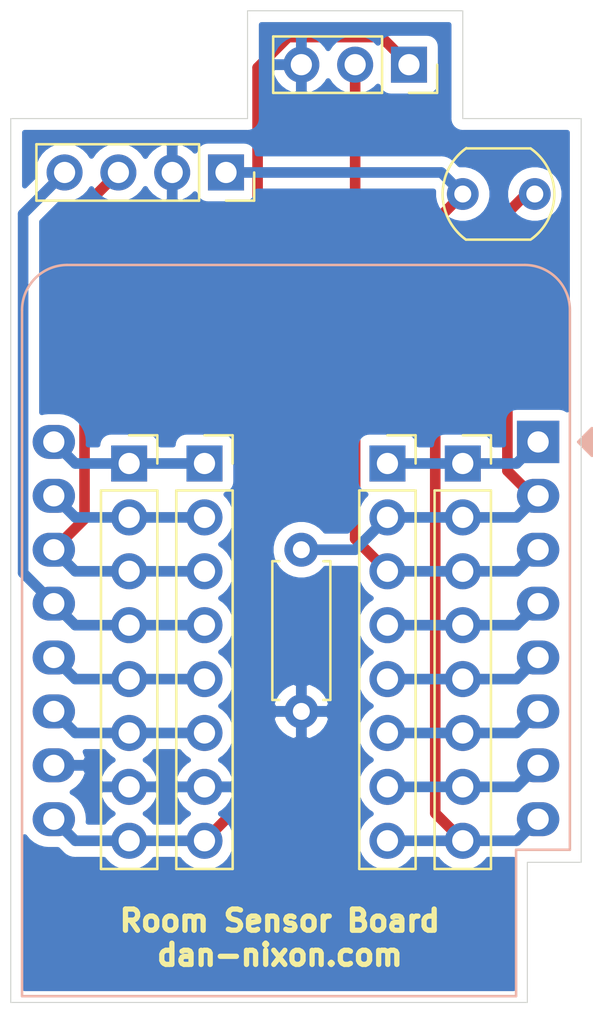
<source format=kicad_pcb>
(kicad_pcb (version 20171130) (host pcbnew 5.1.10)

  (general
    (thickness 1.6)
    (drawings 11)
    (tracks 69)
    (zones 0)
    (modules 9)
    (nets 17)
  )

  (page A4)
  (layers
    (0 F.Cu signal)
    (31 B.Cu signal)
    (32 B.Adhes user)
    (33 F.Adhes user)
    (34 B.Paste user)
    (35 F.Paste user)
    (36 B.SilkS user)
    (37 F.SilkS user)
    (38 B.Mask user)
    (39 F.Mask user)
    (40 Dwgs.User user)
    (41 Cmts.User user)
    (42 Eco1.User user)
    (43 Eco2.User user)
    (44 Edge.Cuts user)
    (45 Margin user)
    (46 B.CrtYd user)
    (47 F.CrtYd user)
    (48 B.Fab user)
    (49 F.Fab user)
  )

  (setup
    (last_trace_width 0.5)
    (trace_clearance 0.2)
    (zone_clearance 0.508)
    (zone_45_only no)
    (trace_min 0.2)
    (via_size 0.8)
    (via_drill 0.4)
    (via_min_size 0.4)
    (via_min_drill 0.3)
    (uvia_size 0.3)
    (uvia_drill 0.1)
    (uvias_allowed no)
    (uvia_min_size 0.2)
    (uvia_min_drill 0.1)
    (edge_width 0.05)
    (segment_width 0.2)
    (pcb_text_width 0.3)
    (pcb_text_size 1.5 1.5)
    (mod_edge_width 0.12)
    (mod_text_size 1 1)
    (mod_text_width 0.15)
    (pad_size 1.524 1.524)
    (pad_drill 0.762)
    (pad_to_mask_clearance 0)
    (aux_axis_origin 0 0)
    (visible_elements FFFFFF7F)
    (pcbplotparams
      (layerselection 0x010f0_ffffffff)
      (usegerberextensions false)
      (usegerberattributes true)
      (usegerberadvancedattributes true)
      (creategerberjobfile true)
      (excludeedgelayer true)
      (linewidth 0.100000)
      (plotframeref false)
      (viasonmask false)
      (mode 1)
      (useauxorigin false)
      (hpglpennumber 1)
      (hpglpenspeed 20)
      (hpglpendiameter 15.000000)
      (psnegative false)
      (psa4output false)
      (plotreference true)
      (plotvalue true)
      (plotinvisibletext false)
      (padsonsilk false)
      (subtractmaskfromsilk false)
      (outputformat 1)
      (mirror false)
      (drillshape 0)
      (scaleselection 1)
      (outputdirectory ""))
  )

  (net 0 "")
  (net 1 +3V3)
  (net 2 /D8)
  (net 3 /D7)
  (net 4 /D6)
  (net 5 /D5)
  (net 6 /D0)
  (net 7 /A0)
  (net 8 /RST)
  (net 9 +5V)
  (net 10 GND)
  (net 11 /D4)
  (net 12 /D3)
  (net 13 /D2)
  (net 14 /D1)
  (net 15 /RX)
  (net 16 /TX)

  (net_class Default "This is the default net class."
    (clearance 0.2)
    (trace_width 0.5)
    (via_dia 0.8)
    (via_drill 0.4)
    (uvia_dia 0.3)
    (uvia_drill 0.1)
    (add_net +3V3)
    (add_net +5V)
    (add_net /A0)
    (add_net /D0)
    (add_net /D1)
    (add_net /D2)
    (add_net /D3)
    (add_net /D4)
    (add_net /D5)
    (add_net /D6)
    (add_net /D7)
    (add_net /D8)
    (add_net /RST)
    (add_net /RX)
    (add_net /TX)
    (add_net GND)
  )

  (module OptoDevice:R_LDR_5.1x4.3mm_P3.4mm_Vertical (layer F.Cu) (tedit 5B8603DB) (tstamp 6116385F)
    (at 131.064 65.024)
    (descr "Resistor, LDR 5.1x3.4mm, see http://yourduino.com/docs/Photoresistor-5516-datasheet.pdf")
    (tags "Resistor LDR5.1x3.4mm")
    (path /610BEF1F)
    (fp_text reference R1 (at 1.7 -2.9) (layer F.SilkS) hide
      (effects (font (size 1 1) (thickness 0.15)))
    )
    (fp_text value R_PHOTO (at 1.5 3) (layer F.Fab) hide
      (effects (font (size 1 1) (thickness 0.15)))
    )
    (fp_arc (start 1.7 0) (end 0.2 2.1) (angle 109) (layer F.Fab) (width 0.1))
    (fp_arc (start 1.7 0) (end 3.2 -2.1) (angle 109) (layer F.Fab) (width 0.1))
    (fp_arc (start 1.7 0) (end 3.2 -2.15) (angle 109) (layer F.SilkS) (width 0.12))
    (fp_arc (start 1.7 0) (end 0.15 2.15) (angle 109) (layer F.SilkS) (width 0.12))
    (fp_text user %R (at 1.7 -2.9) (layer F.Fab) hide
      (effects (font (size 1 1) (thickness 0.15)))
    )
    (fp_line (start 0.15 2.15) (end 3.2 2.15) (layer F.SilkS) (width 0.12))
    (fp_line (start 0.15 -2.15) (end 3.2 -2.15) (layer F.SilkS) (width 0.12))
    (fp_line (start 1 0) (end 2.3 0) (layer F.Fab) (width 0.1))
    (fp_line (start 2.3 0) (end 2.3 -0.6) (layer F.Fab) (width 0.1))
    (fp_line (start 2.3 -0.6) (end 0.8 -0.6) (layer F.Fab) (width 0.1))
    (fp_line (start 2.6 0.6) (end 1 0.6) (layer F.Fab) (width 0.1))
    (fp_line (start 0.8 -1.8) (end 2.6 -1.8) (layer F.Fab) (width 0.1))
    (fp_line (start 2.6 -1.8) (end 2.6 -1.2) (layer F.Fab) (width 0.1))
    (fp_line (start 2.6 -1.2) (end 0.8 -1.2) (layer F.Fab) (width 0.1))
    (fp_line (start 0.8 -1.2) (end 0.8 -0.6) (layer F.Fab) (width 0.1))
    (fp_line (start 1 0) (end 1 0.6) (layer F.Fab) (width 0.1))
    (fp_line (start 2.6 0.6) (end 2.6 1.2) (layer F.Fab) (width 0.1))
    (fp_line (start 2.6 1.2) (end 0.8 1.2) (layer F.Fab) (width 0.1))
    (fp_line (start 0.8 1.2) (end 0.8 1.8) (layer F.Fab) (width 0.1))
    (fp_line (start 0.8 1.8) (end 2.6 1.8) (layer F.Fab) (width 0.1))
    (fp_line (start 3.2 2.1) (end 0.2 2.1) (layer F.Fab) (width 0.1))
    (fp_line (start 0.2 -2.1) (end 3.2 -2.1) (layer F.Fab) (width 0.1))
    (fp_line (start -1.13 -2.35) (end 4.53 -2.35) (layer F.CrtYd) (width 0.05))
    (fp_line (start -1.13 -2.35) (end -1.13 2.35) (layer F.CrtYd) (width 0.05))
    (fp_line (start 4.53 2.35) (end 4.53 -2.35) (layer F.CrtYd) (width 0.05))
    (fp_line (start 4.53 2.35) (end -1.13 2.35) (layer F.CrtYd) (width 0.05))
    (pad 2 thru_hole circle (at 3.4 0) (size 1.5 1.5) (drill 0.8) (layers *.Cu *.Mask)
      (net 7 /A0))
    (pad 1 thru_hole circle (at 0 0) (size 1.5 1.5) (drill 0.8) (layers *.Cu *.Mask)
      (net 1 +3V3))
    (model ${KISYS3DMOD}/OptoDevice.3dshapes/R_LDR_5.1x4.3mm_P3.4mm_Vertical.wrl
      (at (xyz 0 0 0))
      (scale (xyz 1 1 1))
      (rotate (xyz 0 0 0))
    )
  )

  (module Resistor_THT:R_Axial_DIN0207_L6.3mm_D2.5mm_P7.62mm_Horizontal (layer F.Cu) (tedit 5AE5139B) (tstamp 61158A2A)
    (at 123.444 81.788 270)
    (descr "Resistor, Axial_DIN0207 series, Axial, Horizontal, pin pitch=7.62mm, 0.25W = 1/4W, length*diameter=6.3*2.5mm^2, http://cdn-reichelt.de/documents/datenblatt/B400/1_4W%23YAG.pdf")
    (tags "Resistor Axial_DIN0207 series Axial Horizontal pin pitch 7.62mm 0.25W = 1/4W length 6.3mm diameter 2.5mm")
    (path /610BE6EF)
    (fp_text reference R2 (at 3.81 -2.37 90) (layer F.SilkS) hide
      (effects (font (size 1 1) (thickness 0.15)))
    )
    (fp_text value R (at 3.81 2.37 90) (layer F.Fab) hide
      (effects (font (size 1 1) (thickness 0.15)))
    )
    (fp_line (start 8.67 -1.5) (end -1.05 -1.5) (layer F.CrtYd) (width 0.05))
    (fp_line (start 8.67 1.5) (end 8.67 -1.5) (layer F.CrtYd) (width 0.05))
    (fp_line (start -1.05 1.5) (end 8.67 1.5) (layer F.CrtYd) (width 0.05))
    (fp_line (start -1.05 -1.5) (end -1.05 1.5) (layer F.CrtYd) (width 0.05))
    (fp_line (start 7.08 1.37) (end 7.08 1.04) (layer F.SilkS) (width 0.12))
    (fp_line (start 0.54 1.37) (end 7.08 1.37) (layer F.SilkS) (width 0.12))
    (fp_line (start 0.54 1.04) (end 0.54 1.37) (layer F.SilkS) (width 0.12))
    (fp_line (start 7.08 -1.37) (end 7.08 -1.04) (layer F.SilkS) (width 0.12))
    (fp_line (start 0.54 -1.37) (end 7.08 -1.37) (layer F.SilkS) (width 0.12))
    (fp_line (start 0.54 -1.04) (end 0.54 -1.37) (layer F.SilkS) (width 0.12))
    (fp_line (start 7.62 0) (end 6.96 0) (layer F.Fab) (width 0.1))
    (fp_line (start 0 0) (end 0.66 0) (layer F.Fab) (width 0.1))
    (fp_line (start 6.96 -1.25) (end 0.66 -1.25) (layer F.Fab) (width 0.1))
    (fp_line (start 6.96 1.25) (end 6.96 -1.25) (layer F.Fab) (width 0.1))
    (fp_line (start 0.66 1.25) (end 6.96 1.25) (layer F.Fab) (width 0.1))
    (fp_line (start 0.66 -1.25) (end 0.66 1.25) (layer F.Fab) (width 0.1))
    (fp_text user %R (at 3.81 0 90) (layer F.Fab) hide
      (effects (font (size 1 1) (thickness 0.15)))
    )
    (pad 2 thru_hole oval (at 7.62 0 270) (size 1.6 1.6) (drill 0.8) (layers *.Cu *.Mask)
      (net 10 GND))
    (pad 1 thru_hole circle (at 0 0 270) (size 1.6 1.6) (drill 0.8) (layers *.Cu *.Mask)
      (net 7 /A0))
    (model ${KISYS3DMOD}/Resistor_THT.3dshapes/R_Axial_DIN0207_L6.3mm_D2.5mm_P7.62mm_Horizontal.wrl
      (at (xyz 0 0 0))
      (scale (xyz 1 1 1))
      (rotate (xyz 0 0 0))
    )
  )

  (module Connector_PinSocket_2.54mm:PinSocket_1x03_P2.54mm_Vertical (layer F.Cu) (tedit 5A19A429) (tstamp 61157859)
    (at 128.524 58.928 270)
    (descr "Through hole straight socket strip, 1x03, 2.54mm pitch, single row (from Kicad 4.0.7), script generated")
    (tags "Through hole socket strip THT 1x03 2.54mm single row")
    (path /6115BE25)
    (fp_text reference J6 (at 0 -2.77 90) (layer F.SilkS) hide
      (effects (font (size 1 1) (thickness 0.15)))
    )
    (fp_text value PIR (at 0 7.85 90) (layer F.Fab) hide
      (effects (font (size 1 1) (thickness 0.15)))
    )
    (fp_line (start -1.27 -1.27) (end 0.635 -1.27) (layer F.Fab) (width 0.1))
    (fp_line (start 0.635 -1.27) (end 1.27 -0.635) (layer F.Fab) (width 0.1))
    (fp_line (start 1.27 -0.635) (end 1.27 6.35) (layer F.Fab) (width 0.1))
    (fp_line (start 1.27 6.35) (end -1.27 6.35) (layer F.Fab) (width 0.1))
    (fp_line (start -1.27 6.35) (end -1.27 -1.27) (layer F.Fab) (width 0.1))
    (fp_line (start -1.33 1.27) (end 1.33 1.27) (layer F.SilkS) (width 0.12))
    (fp_line (start -1.33 1.27) (end -1.33 6.41) (layer F.SilkS) (width 0.12))
    (fp_line (start -1.33 6.41) (end 1.33 6.41) (layer F.SilkS) (width 0.12))
    (fp_line (start 1.33 1.27) (end 1.33 6.41) (layer F.SilkS) (width 0.12))
    (fp_line (start 1.33 -1.33) (end 1.33 0) (layer F.SilkS) (width 0.12))
    (fp_line (start 0 -1.33) (end 1.33 -1.33) (layer F.SilkS) (width 0.12))
    (fp_line (start -1.8 -1.8) (end 1.75 -1.8) (layer F.CrtYd) (width 0.05))
    (fp_line (start 1.75 -1.8) (end 1.75 6.85) (layer F.CrtYd) (width 0.05))
    (fp_line (start 1.75 6.85) (end -1.8 6.85) (layer F.CrtYd) (width 0.05))
    (fp_line (start -1.8 6.85) (end -1.8 -1.8) (layer F.CrtYd) (width 0.05))
    (fp_text user %R (at 0 2.54) (layer F.Fab)
      (effects (font (size 1 1) (thickness 0.15)))
    )
    (pad 3 thru_hole oval (at 0 5.08 270) (size 1.7 1.7) (drill 1) (layers *.Cu *.Mask)
      (net 10 GND))
    (pad 2 thru_hole oval (at 0 2.54 270) (size 1.7 1.7) (drill 1) (layers *.Cu *.Mask)
      (net 6 /D0))
    (pad 1 thru_hole rect (at 0 0 270) (size 1.7 1.7) (drill 1) (layers *.Cu *.Mask)
      (net 9 +5V))
    (model ${KISYS3DMOD}/Connector_PinSocket_2.54mm.3dshapes/PinSocket_1x03_P2.54mm_Vertical.wrl
      (at (xyz 0 0 0))
      (scale (xyz 1 1 1))
      (rotate (xyz 0 0 0))
    )
  )

  (module Connector_PinSocket_2.54mm:PinSocket_1x04_P2.54mm_Vertical (layer F.Cu) (tedit 5A19A429) (tstamp 6115781C)
    (at 119.888 64.008 270)
    (descr "Through hole straight socket strip, 1x04, 2.54mm pitch, single row (from Kicad 4.0.7), script generated")
    (tags "Through hole socket strip THT 1x04 2.54mm single row")
    (path /6116FA8B)
    (fp_text reference J5 (at 0 -2.77 90) (layer F.SilkS) hide
      (effects (font (size 1 1) (thickness 0.15)))
    )
    (fp_text value AHT10 (at 0 10.39 90) (layer F.Fab) hide
      (effects (font (size 1 1) (thickness 0.15)))
    )
    (fp_line (start -1.27 -1.27) (end 0.635 -1.27) (layer F.Fab) (width 0.1))
    (fp_line (start 0.635 -1.27) (end 1.27 -0.635) (layer F.Fab) (width 0.1))
    (fp_line (start 1.27 -0.635) (end 1.27 8.89) (layer F.Fab) (width 0.1))
    (fp_line (start 1.27 8.89) (end -1.27 8.89) (layer F.Fab) (width 0.1))
    (fp_line (start -1.27 8.89) (end -1.27 -1.27) (layer F.Fab) (width 0.1))
    (fp_line (start -1.33 1.27) (end 1.33 1.27) (layer F.SilkS) (width 0.12))
    (fp_line (start -1.33 1.27) (end -1.33 8.95) (layer F.SilkS) (width 0.12))
    (fp_line (start -1.33 8.95) (end 1.33 8.95) (layer F.SilkS) (width 0.12))
    (fp_line (start 1.33 1.27) (end 1.33 8.95) (layer F.SilkS) (width 0.12))
    (fp_line (start 1.33 -1.33) (end 1.33 0) (layer F.SilkS) (width 0.12))
    (fp_line (start 0 -1.33) (end 1.33 -1.33) (layer F.SilkS) (width 0.12))
    (fp_line (start -1.8 -1.8) (end 1.75 -1.8) (layer F.CrtYd) (width 0.05))
    (fp_line (start 1.75 -1.8) (end 1.75 9.4) (layer F.CrtYd) (width 0.05))
    (fp_line (start 1.75 9.4) (end -1.8 9.4) (layer F.CrtYd) (width 0.05))
    (fp_line (start -1.8 9.4) (end -1.8 -1.8) (layer F.CrtYd) (width 0.05))
    (fp_text user %R (at 0 3.81) (layer F.Fab)
      (effects (font (size 1 1) (thickness 0.15)))
    )
    (pad 4 thru_hole oval (at 0 7.62 270) (size 1.7 1.7) (drill 1) (layers *.Cu *.Mask)
      (net 13 /D2))
    (pad 3 thru_hole oval (at 0 5.08 270) (size 1.7 1.7) (drill 1) (layers *.Cu *.Mask)
      (net 14 /D1))
    (pad 2 thru_hole oval (at 0 2.54 270) (size 1.7 1.7) (drill 1) (layers *.Cu *.Mask)
      (net 10 GND))
    (pad 1 thru_hole rect (at 0 0 270) (size 1.7 1.7) (drill 1) (layers *.Cu *.Mask)
      (net 1 +3V3))
    (model ${KISYS3DMOD}/Connector_PinSocket_2.54mm.3dshapes/PinSocket_1x04_P2.54mm_Vertical.wrl
      (at (xyz 0 0 0))
      (scale (xyz 1 1 1))
      (rotate (xyz 0 0 0))
    )
  )

  (module Connector_PinSocket_2.54mm:PinSocket_1x08_P2.54mm_Vertical (layer F.Cu) (tedit 5A19A420) (tstamp 611577D8)
    (at 118.872 77.724)
    (descr "Through hole straight socket strip, 1x08, 2.54mm pitch, single row (from Kicad 4.0.7), script generated")
    (tags "Through hole socket strip THT 1x08 2.54mm single row")
    (path /61184DB0)
    (fp_text reference J4 (at 0 -2.77) (layer F.SilkS) hide
      (effects (font (size 1 1) (thickness 0.15)))
    )
    (fp_text value "Right Pins 2" (at 0 20.55) (layer F.Fab) hide
      (effects (font (size 1 1) (thickness 0.15)))
    )
    (fp_line (start -1.27 -1.27) (end 0.635 -1.27) (layer F.Fab) (width 0.1))
    (fp_line (start 0.635 -1.27) (end 1.27 -0.635) (layer F.Fab) (width 0.1))
    (fp_line (start 1.27 -0.635) (end 1.27 19.05) (layer F.Fab) (width 0.1))
    (fp_line (start 1.27 19.05) (end -1.27 19.05) (layer F.Fab) (width 0.1))
    (fp_line (start -1.27 19.05) (end -1.27 -1.27) (layer F.Fab) (width 0.1))
    (fp_line (start -1.33 1.27) (end 1.33 1.27) (layer F.SilkS) (width 0.12))
    (fp_line (start -1.33 1.27) (end -1.33 19.11) (layer F.SilkS) (width 0.12))
    (fp_line (start -1.33 19.11) (end 1.33 19.11) (layer F.SilkS) (width 0.12))
    (fp_line (start 1.33 1.27) (end 1.33 19.11) (layer F.SilkS) (width 0.12))
    (fp_line (start 1.33 -1.33) (end 1.33 0) (layer F.SilkS) (width 0.12))
    (fp_line (start 0 -1.33) (end 1.33 -1.33) (layer F.SilkS) (width 0.12))
    (fp_line (start -1.8 -1.8) (end 1.75 -1.8) (layer F.CrtYd) (width 0.05))
    (fp_line (start 1.75 -1.8) (end 1.75 19.55) (layer F.CrtYd) (width 0.05))
    (fp_line (start 1.75 19.55) (end -1.8 19.55) (layer F.CrtYd) (width 0.05))
    (fp_line (start -1.8 19.55) (end -1.8 -1.8) (layer F.CrtYd) (width 0.05))
    (fp_text user %R (at 0 8.89 90) (layer F.Fab)
      (effects (font (size 1 1) (thickness 0.15)))
    )
    (pad 8 thru_hole oval (at 0 17.78) (size 1.7 1.7) (drill 1) (layers *.Cu *.Mask)
      (net 9 +5V))
    (pad 7 thru_hole oval (at 0 15.24) (size 1.7 1.7) (drill 1) (layers *.Cu *.Mask)
      (net 10 GND))
    (pad 6 thru_hole oval (at 0 12.7) (size 1.7 1.7) (drill 1) (layers *.Cu *.Mask)
      (net 11 /D4))
    (pad 5 thru_hole oval (at 0 10.16) (size 1.7 1.7) (drill 1) (layers *.Cu *.Mask)
      (net 12 /D3))
    (pad 4 thru_hole oval (at 0 7.62) (size 1.7 1.7) (drill 1) (layers *.Cu *.Mask)
      (net 13 /D2))
    (pad 3 thru_hole oval (at 0 5.08) (size 1.7 1.7) (drill 1) (layers *.Cu *.Mask)
      (net 14 /D1))
    (pad 2 thru_hole oval (at 0 2.54) (size 1.7 1.7) (drill 1) (layers *.Cu *.Mask)
      (net 15 /RX))
    (pad 1 thru_hole rect (at 0 0) (size 1.7 1.7) (drill 1) (layers *.Cu *.Mask)
      (net 16 /TX))
    (model ${KISYS3DMOD}/Connector_PinSocket_2.54mm.3dshapes/PinSocket_1x08_P2.54mm_Vertical.wrl
      (at (xyz 0 0 0))
      (scale (xyz 1 1 1))
      (rotate (xyz 0 0 0))
    )
  )

  (module Connector_PinSocket_2.54mm:PinSocket_1x08_P2.54mm_Vertical (layer F.Cu) (tedit 5A19A420) (tstamp 61157778)
    (at 131.064 77.724)
    (descr "Through hole straight socket strip, 1x08, 2.54mm pitch, single row (from Kicad 4.0.7), script generated")
    (tags "Through hole socket strip THT 1x08 2.54mm single row")
    (path /61184016)
    (fp_text reference J3 (at 0 -2.77) (layer F.SilkS) hide
      (effects (font (size 1 1) (thickness 0.15)))
    )
    (fp_text value "Left Pins 2" (at 0 20.55) (layer F.Fab) hide
      (effects (font (size 1 1) (thickness 0.15)))
    )
    (fp_line (start -1.27 -1.27) (end 0.635 -1.27) (layer F.Fab) (width 0.1))
    (fp_line (start 0.635 -1.27) (end 1.27 -0.635) (layer F.Fab) (width 0.1))
    (fp_line (start 1.27 -0.635) (end 1.27 19.05) (layer F.Fab) (width 0.1))
    (fp_line (start 1.27 19.05) (end -1.27 19.05) (layer F.Fab) (width 0.1))
    (fp_line (start -1.27 19.05) (end -1.27 -1.27) (layer F.Fab) (width 0.1))
    (fp_line (start -1.33 1.27) (end 1.33 1.27) (layer F.SilkS) (width 0.12))
    (fp_line (start -1.33 1.27) (end -1.33 19.11) (layer F.SilkS) (width 0.12))
    (fp_line (start -1.33 19.11) (end 1.33 19.11) (layer F.SilkS) (width 0.12))
    (fp_line (start 1.33 1.27) (end 1.33 19.11) (layer F.SilkS) (width 0.12))
    (fp_line (start 1.33 -1.33) (end 1.33 0) (layer F.SilkS) (width 0.12))
    (fp_line (start 0 -1.33) (end 1.33 -1.33) (layer F.SilkS) (width 0.12))
    (fp_line (start -1.8 -1.8) (end 1.75 -1.8) (layer F.CrtYd) (width 0.05))
    (fp_line (start 1.75 -1.8) (end 1.75 19.55) (layer F.CrtYd) (width 0.05))
    (fp_line (start 1.75 19.55) (end -1.8 19.55) (layer F.CrtYd) (width 0.05))
    (fp_line (start -1.8 19.55) (end -1.8 -1.8) (layer F.CrtYd) (width 0.05))
    (fp_text user %R (at 0 8.89 90) (layer F.Fab)
      (effects (font (size 1 1) (thickness 0.15)))
    )
    (pad 8 thru_hole oval (at 0 17.78) (size 1.7 1.7) (drill 1) (layers *.Cu *.Mask)
      (net 1 +3V3))
    (pad 7 thru_hole oval (at 0 15.24) (size 1.7 1.7) (drill 1) (layers *.Cu *.Mask)
      (net 2 /D8))
    (pad 6 thru_hole oval (at 0 12.7) (size 1.7 1.7) (drill 1) (layers *.Cu *.Mask)
      (net 3 /D7))
    (pad 5 thru_hole oval (at 0 10.16) (size 1.7 1.7) (drill 1) (layers *.Cu *.Mask)
      (net 4 /D6))
    (pad 4 thru_hole oval (at 0 7.62) (size 1.7 1.7) (drill 1) (layers *.Cu *.Mask)
      (net 5 /D5))
    (pad 3 thru_hole oval (at 0 5.08) (size 1.7 1.7) (drill 1) (layers *.Cu *.Mask)
      (net 6 /D0))
    (pad 2 thru_hole oval (at 0 2.54) (size 1.7 1.7) (drill 1) (layers *.Cu *.Mask)
      (net 7 /A0))
    (pad 1 thru_hole rect (at 0 0) (size 1.7 1.7) (drill 1) (layers *.Cu *.Mask)
      (net 8 /RST))
    (model ${KISYS3DMOD}/Connector_PinSocket_2.54mm.3dshapes/PinSocket_1x08_P2.54mm_Vertical.wrl
      (at (xyz 0 0 0))
      (scale (xyz 1 1 1))
      (rotate (xyz 0 0 0))
    )
  )

  (module Connector_PinSocket_2.54mm:PinSocket_1x08_P2.54mm_Vertical (layer F.Cu) (tedit 5A19A420) (tstamp 61157718)
    (at 115.316 77.724)
    (descr "Through hole straight socket strip, 1x08, 2.54mm pitch, single row (from Kicad 4.0.7), script generated")
    (tags "Through hole socket strip THT 1x08 2.54mm single row")
    (path /61183186)
    (fp_text reference J2 (at 0 -2.77) (layer F.SilkS) hide
      (effects (font (size 1 1) (thickness 0.15)))
    )
    (fp_text value "Right Pins 1" (at 0 20.55) (layer F.Fab) hide
      (effects (font (size 1 1) (thickness 0.15)))
    )
    (fp_line (start -1.27 -1.27) (end 0.635 -1.27) (layer F.Fab) (width 0.1))
    (fp_line (start 0.635 -1.27) (end 1.27 -0.635) (layer F.Fab) (width 0.1))
    (fp_line (start 1.27 -0.635) (end 1.27 19.05) (layer F.Fab) (width 0.1))
    (fp_line (start 1.27 19.05) (end -1.27 19.05) (layer F.Fab) (width 0.1))
    (fp_line (start -1.27 19.05) (end -1.27 -1.27) (layer F.Fab) (width 0.1))
    (fp_line (start -1.33 1.27) (end 1.33 1.27) (layer F.SilkS) (width 0.12))
    (fp_line (start -1.33 1.27) (end -1.33 19.11) (layer F.SilkS) (width 0.12))
    (fp_line (start -1.33 19.11) (end 1.33 19.11) (layer F.SilkS) (width 0.12))
    (fp_line (start 1.33 1.27) (end 1.33 19.11) (layer F.SilkS) (width 0.12))
    (fp_line (start 1.33 -1.33) (end 1.33 0) (layer F.SilkS) (width 0.12))
    (fp_line (start 0 -1.33) (end 1.33 -1.33) (layer F.SilkS) (width 0.12))
    (fp_line (start -1.8 -1.8) (end 1.75 -1.8) (layer F.CrtYd) (width 0.05))
    (fp_line (start 1.75 -1.8) (end 1.75 19.55) (layer F.CrtYd) (width 0.05))
    (fp_line (start 1.75 19.55) (end -1.8 19.55) (layer F.CrtYd) (width 0.05))
    (fp_line (start -1.8 19.55) (end -1.8 -1.8) (layer F.CrtYd) (width 0.05))
    (fp_text user %R (at 0 8.89 90) (layer F.Fab)
      (effects (font (size 1 1) (thickness 0.15)))
    )
    (pad 8 thru_hole oval (at 0 17.78) (size 1.7 1.7) (drill 1) (layers *.Cu *.Mask)
      (net 9 +5V))
    (pad 7 thru_hole oval (at 0 15.24) (size 1.7 1.7) (drill 1) (layers *.Cu *.Mask)
      (net 10 GND))
    (pad 6 thru_hole oval (at 0 12.7) (size 1.7 1.7) (drill 1) (layers *.Cu *.Mask)
      (net 11 /D4))
    (pad 5 thru_hole oval (at 0 10.16) (size 1.7 1.7) (drill 1) (layers *.Cu *.Mask)
      (net 12 /D3))
    (pad 4 thru_hole oval (at 0 7.62) (size 1.7 1.7) (drill 1) (layers *.Cu *.Mask)
      (net 13 /D2))
    (pad 3 thru_hole oval (at 0 5.08) (size 1.7 1.7) (drill 1) (layers *.Cu *.Mask)
      (net 14 /D1))
    (pad 2 thru_hole oval (at 0 2.54) (size 1.7 1.7) (drill 1) (layers *.Cu *.Mask)
      (net 15 /RX))
    (pad 1 thru_hole rect (at 0 0) (size 1.7 1.7) (drill 1) (layers *.Cu *.Mask)
      (net 16 /TX))
    (model ${KISYS3DMOD}/Connector_PinSocket_2.54mm.3dshapes/PinSocket_1x08_P2.54mm_Vertical.wrl
      (at (xyz 0 0 0))
      (scale (xyz 1 1 1))
      (rotate (xyz 0 0 0))
    )
  )

  (module Connector_PinSocket_2.54mm:PinSocket_1x08_P2.54mm_Vertical (layer F.Cu) (tedit 5A19A420) (tstamp 61157E7E)
    (at 127.508 77.724)
    (descr "Through hole straight socket strip, 1x08, 2.54mm pitch, single row (from Kicad 4.0.7), script generated")
    (tags "Through hole socket strip THT 1x08 2.54mm single row")
    (path /6118079B)
    (fp_text reference J1 (at 0 -2.77) (layer F.SilkS) hide
      (effects (font (size 1 1) (thickness 0.15)))
    )
    (fp_text value "Left Pins 1" (at 0 20.55) (layer F.Fab) hide
      (effects (font (size 1 1) (thickness 0.15)))
    )
    (fp_line (start -1.27 -1.27) (end 0.635 -1.27) (layer F.Fab) (width 0.1))
    (fp_line (start 0.635 -1.27) (end 1.27 -0.635) (layer F.Fab) (width 0.1))
    (fp_line (start 1.27 -0.635) (end 1.27 19.05) (layer F.Fab) (width 0.1))
    (fp_line (start 1.27 19.05) (end -1.27 19.05) (layer F.Fab) (width 0.1))
    (fp_line (start -1.27 19.05) (end -1.27 -1.27) (layer F.Fab) (width 0.1))
    (fp_line (start -1.33 1.27) (end 1.33 1.27) (layer F.SilkS) (width 0.12))
    (fp_line (start -1.33 1.27) (end -1.33 19.11) (layer F.SilkS) (width 0.12))
    (fp_line (start -1.33 19.11) (end 1.33 19.11) (layer F.SilkS) (width 0.12))
    (fp_line (start 1.33 1.27) (end 1.33 19.11) (layer F.SilkS) (width 0.12))
    (fp_line (start 1.33 -1.33) (end 1.33 0) (layer F.SilkS) (width 0.12))
    (fp_line (start 0 -1.33) (end 1.33 -1.33) (layer F.SilkS) (width 0.12))
    (fp_line (start -1.8 -1.8) (end 1.75 -1.8) (layer F.CrtYd) (width 0.05))
    (fp_line (start 1.75 -1.8) (end 1.75 19.55) (layer F.CrtYd) (width 0.05))
    (fp_line (start 1.75 19.55) (end -1.8 19.55) (layer F.CrtYd) (width 0.05))
    (fp_line (start -1.8 19.55) (end -1.8 -1.8) (layer F.CrtYd) (width 0.05))
    (fp_text user %R (at 0 8.89 90) (layer F.Fab)
      (effects (font (size 1 1) (thickness 0.15)))
    )
    (pad 8 thru_hole oval (at 0 17.78) (size 1.7 1.7) (drill 1) (layers *.Cu *.Mask)
      (net 1 +3V3))
    (pad 7 thru_hole oval (at 0 15.24) (size 1.7 1.7) (drill 1) (layers *.Cu *.Mask)
      (net 2 /D8))
    (pad 6 thru_hole oval (at 0 12.7) (size 1.7 1.7) (drill 1) (layers *.Cu *.Mask)
      (net 3 /D7))
    (pad 5 thru_hole oval (at 0 10.16) (size 1.7 1.7) (drill 1) (layers *.Cu *.Mask)
      (net 4 /D6))
    (pad 4 thru_hole oval (at 0 7.62) (size 1.7 1.7) (drill 1) (layers *.Cu *.Mask)
      (net 5 /D5))
    (pad 3 thru_hole oval (at 0 5.08) (size 1.7 1.7) (drill 1) (layers *.Cu *.Mask)
      (net 6 /D0))
    (pad 2 thru_hole oval (at 0 2.54) (size 1.7 1.7) (drill 1) (layers *.Cu *.Mask)
      (net 7 /A0))
    (pad 1 thru_hole rect (at 0 0) (size 1.7 1.7) (drill 1) (layers *.Cu *.Mask)
      (net 8 /RST))
    (model ${KISYS3DMOD}/Connector_PinSocket_2.54mm.3dshapes/PinSocket_1x08_P2.54mm_Vertical.wrl
      (at (xyz 0 0 0))
      (scale (xyz 1 1 1))
      (rotate (xyz 0 0 0))
    )
  )

  (module Module:WEMOS_D1_mini_light (layer B.Cu) (tedit 5BBFB1CE) (tstamp 6115902C)
    (at 134.62 76.708 180)
    (descr "16-pin module, column spacing 22.86 mm (900 mils), https://wiki.wemos.cc/products:d1:d1_mini, https://c1.staticflickr.com/1/734/31400410271_f278b087db_z.jpg")
    (tags "ESP8266 WiFi microcontroller")
    (path /610BD8AB)
    (fp_text reference U1 (at 22 -27) (layer B.SilkS) hide
      (effects (font (size 1 1) (thickness 0.15)) (justify mirror))
    )
    (fp_text value WeMos_D1_mini (at 11.7 0) (layer B.Fab) hide
      (effects (font (size 1 1) (thickness 0.15)) (justify mirror))
    )
    (fp_line (start 1.04 -19.22) (end 1.04 -26.12) (layer B.SilkS) (width 0.12))
    (fp_line (start -1.5 -19.22) (end 1.04 -19.22) (layer B.SilkS) (width 0.12))
    (fp_line (start -0.37 0) (end -1.37 1) (layer B.Fab) (width 0.1))
    (fp_line (start -1.37 -1) (end -0.37 0) (layer B.Fab) (width 0.1))
    (fp_line (start -1.37 6.21) (end -1.37 1) (layer B.Fab) (width 0.1))
    (fp_line (start 1.17 -19.09) (end 1.17 -25.99) (layer B.Fab) (width 0.1))
    (fp_line (start -1.37 -19.09) (end 1.17 -19.09) (layer B.Fab) (width 0.1))
    (fp_line (start -1.35 7.4) (end -0.55 8.2) (layer Dwgs.User) (width 0.1))
    (fp_line (start -1.3 5.45) (end 1.45 8.2) (layer Dwgs.User) (width 0.1))
    (fp_line (start -1.35 3.4) (end 3.45 8.2) (layer Dwgs.User) (width 0.1))
    (fp_line (start 22.65 1.4) (end 24.25 3) (layer Dwgs.User) (width 0.1))
    (fp_line (start 20.65 1.4) (end 24.25 5) (layer Dwgs.User) (width 0.1))
    (fp_line (start 18.65 1.4) (end 24.25 7) (layer Dwgs.User) (width 0.1))
    (fp_line (start 16.65 1.4) (end 23.45 8.2) (layer Dwgs.User) (width 0.1))
    (fp_line (start 14.65 1.4) (end 21.45 8.2) (layer Dwgs.User) (width 0.1))
    (fp_line (start 12.65 1.4) (end 19.45 8.2) (layer Dwgs.User) (width 0.1))
    (fp_line (start 10.65 1.4) (end 17.45 8.2) (layer Dwgs.User) (width 0.1))
    (fp_line (start 8.65 1.4) (end 15.45 8.2) (layer Dwgs.User) (width 0.1))
    (fp_line (start 6.65 1.4) (end 13.45 8.2) (layer Dwgs.User) (width 0.1))
    (fp_line (start 4.65 1.4) (end 11.45 8.2) (layer Dwgs.User) (width 0.1))
    (fp_line (start 2.65 1.4) (end 9.45 8.2) (layer Dwgs.User) (width 0.1))
    (fp_line (start 0.65 1.4) (end 7.45 8.2) (layer Dwgs.User) (width 0.1))
    (fp_line (start -1.35 1.4) (end 5.45 8.2) (layer Dwgs.User) (width 0.1))
    (fp_line (start -1.35 8.2) (end -1.35 1.4) (layer Dwgs.User) (width 0.1))
    (fp_line (start 24.25 8.2) (end -1.35 8.2) (layer Dwgs.User) (width 0.1))
    (fp_line (start 24.25 1.4) (end 24.25 8.2) (layer Dwgs.User) (width 0.1))
    (fp_line (start -1.35 1.4) (end 24.25 1.4) (layer Dwgs.User) (width 0.1))
    (fp_poly (pts (xy -2.54 0.635) (xy -2.54 -0.635) (xy -1.905 0)) (layer B.SilkS) (width 0.15))
    (fp_line (start -1.62 -26.24) (end -1.62 8.46) (layer B.CrtYd) (width 0.05))
    (fp_line (start 24.48 -26.24) (end -1.62 -26.24) (layer B.CrtYd) (width 0.05))
    (fp_line (start 24.48 8.41) (end 24.48 -26.24) (layer B.CrtYd) (width 0.05))
    (fp_line (start -1.62 8.46) (end 24.48 8.46) (layer B.CrtYd) (width 0.05))
    (fp_line (start -1.37 -1) (end -1.37 -19.09) (layer B.Fab) (width 0.1))
    (fp_line (start 22.23 8.21) (end 0.63 8.21) (layer B.Fab) (width 0.1))
    (fp_line (start 24.23 -25.99) (end 24.23 6.21) (layer B.Fab) (width 0.1))
    (fp_line (start 1.17 -25.99) (end 24.23 -25.99) (layer B.Fab) (width 0.1))
    (fp_line (start 22.24 8.34) (end 0.63 8.34) (layer B.SilkS) (width 0.12))
    (fp_line (start 24.36 -26.12) (end 24.36 6.21) (layer B.SilkS) (width 0.12))
    (fp_line (start -1.5 -19.22) (end -1.5 6.21) (layer B.SilkS) (width 0.12))
    (fp_line (start 1.04 -26.12) (end 24.36 -26.12) (layer B.SilkS) (width 0.12))
    (fp_text user "No copper" (at 11.43 3.81) (layer Cmts.User) hide
      (effects (font (size 1 1) (thickness 0.15)))
    )
    (fp_text user "KEEP OUT" (at 11.43 6.35) (layer Cmts.User) hide
      (effects (font (size 1 1) (thickness 0.15)))
    )
    (fp_arc (start 22.23 6.21) (end 24.36 6.21) (angle 90) (layer B.SilkS) (width 0.12))
    (fp_arc (start 0.63 6.21) (end 0.63 8.34) (angle 90) (layer B.SilkS) (width 0.12))
    (fp_arc (start 22.23 6.21) (end 24.23 6.19) (angle 90) (layer B.Fab) (width 0.1))
    (fp_arc (start 0.63 6.21) (end 0.63 8.21) (angle 90) (layer B.Fab) (width 0.1))
    (fp_text user %R (at 11.43 -10) (layer B.Fab) hide
      (effects (font (size 1 1) (thickness 0.15)) (justify mirror))
    )
    (pad 16 thru_hole oval (at 22.86 0 180) (size 2 1.6) (drill 1) (layers *.Cu *.Mask)
      (net 16 /TX))
    (pad 15 thru_hole oval (at 22.86 -2.54 180) (size 2 1.6) (drill 1) (layers *.Cu *.Mask)
      (net 15 /RX))
    (pad 14 thru_hole oval (at 22.86 -5.08 180) (size 2 1.6) (drill 1) (layers *.Cu *.Mask)
      (net 14 /D1))
    (pad 13 thru_hole oval (at 22.86 -7.62 180) (size 2 1.6) (drill 1) (layers *.Cu *.Mask)
      (net 13 /D2))
    (pad 12 thru_hole oval (at 22.86 -10.16 180) (size 2 1.6) (drill 1) (layers *.Cu *.Mask)
      (net 12 /D3))
    (pad 11 thru_hole oval (at 22.86 -12.7 180) (size 2 1.6) (drill 1) (layers *.Cu *.Mask)
      (net 11 /D4))
    (pad 10 thru_hole oval (at 22.86 -15.24 180) (size 2 1.6) (drill 1) (layers *.Cu *.Mask)
      (net 10 GND))
    (pad 9 thru_hole oval (at 22.86 -17.78 180) (size 2 1.6) (drill 1) (layers *.Cu *.Mask)
      (net 9 +5V))
    (pad 8 thru_hole oval (at 0 -17.78 180) (size 2 1.6) (drill 1) (layers *.Cu *.Mask)
      (net 1 +3V3))
    (pad 7 thru_hole oval (at 0 -15.24 180) (size 2 1.6) (drill 1) (layers *.Cu *.Mask)
      (net 2 /D8))
    (pad 6 thru_hole oval (at 0 -12.7 180) (size 2 1.6) (drill 1) (layers *.Cu *.Mask)
      (net 3 /D7))
    (pad 5 thru_hole oval (at 0 -10.16 180) (size 2 1.6) (drill 1) (layers *.Cu *.Mask)
      (net 4 /D6))
    (pad 4 thru_hole oval (at 0 -7.62 180) (size 2 1.6) (drill 1) (layers *.Cu *.Mask)
      (net 5 /D5))
    (pad 3 thru_hole oval (at 0 -5.08 180) (size 2 1.6) (drill 1) (layers *.Cu *.Mask)
      (net 6 /D0))
    (pad 1 thru_hole rect (at 0 0 180) (size 2 2) (drill 1) (layers *.Cu *.Mask)
      (net 8 /RST))
    (pad 2 thru_hole oval (at 0 -2.54 180) (size 2 1.6) (drill 1) (layers *.Cu *.Mask)
      (net 7 /A0))
    (model ${KISYS3DMOD}/Module.3dshapes/WEMOS_D1_mini_light.wrl
      (at (xyz 0 0 0))
      (scale (xyz 1 1 1))
      (rotate (xyz 0 0 0))
    )
    (model ${KISYS3DMOD}/Connector_PinHeader_2.54mm.3dshapes/PinHeader_1x08_P2.54mm_Vertical.wrl
      (offset (xyz 0 0 9.5))
      (scale (xyz 1 1 1))
      (rotate (xyz 0 -180 0))
    )
    (model ${KISYS3DMOD}/Connector_PinHeader_2.54mm.3dshapes/PinHeader_1x08_P2.54mm_Vertical.wrl
      (offset (xyz 22.86 0 9.5))
      (scale (xyz 1 1 1))
      (rotate (xyz 0 -180 0))
    )
    (model ${KISYS3DMOD}/Connector_PinSocket_2.54mm.3dshapes/PinSocket_1x08_P2.54mm_Vertical.wrl
      (at (xyz 0 0 0))
      (scale (xyz 1 1 1))
      (rotate (xyz 0 0 0))
    )
    (model ${KISYS3DMOD}/Connector_PinSocket_2.54mm.3dshapes/PinSocket_1x08_P2.54mm_Vertical.wrl
      (offset (xyz 22.86 0 0))
      (scale (xyz 1 1 1))
      (rotate (xyz 0 0 0))
    )
  )

  (gr_text "Room Sensor Board\ndan-nixon.com" (at 122.428 100.076) (layer F.SilkS)
    (effects (font (size 1 1) (thickness 0.25)))
  )
  (gr_line (start 109.728 61.468) (end 109.728 103.124) (layer Edge.Cuts) (width 0.05) (tstamp 6115944D))
  (gr_line (start 120.904 61.468) (end 109.728 61.468) (layer Edge.Cuts) (width 0.05))
  (gr_line (start 120.904 56.388) (end 120.904 61.468) (layer Edge.Cuts) (width 0.05))
  (gr_line (start 131.064 56.388) (end 120.904 56.388) (layer Edge.Cuts) (width 0.05))
  (gr_line (start 131.064 61.468) (end 131.064 56.388) (layer Edge.Cuts) (width 0.05))
  (gr_line (start 136.652 61.468) (end 131.064 61.468) (layer Edge.Cuts) (width 0.05))
  (gr_line (start 136.652 96.52) (end 136.652 61.468) (layer Edge.Cuts) (width 0.05))
  (gr_line (start 134.112 96.52) (end 136.652 96.52) (layer Edge.Cuts) (width 0.05))
  (gr_line (start 134.112 103.124) (end 134.112 96.52) (layer Edge.Cuts) (width 0.05))
  (gr_line (start 109.728 103.124) (end 134.112 103.124) (layer Edge.Cuts) (width 0.05))

  (segment (start 127.508 95.504) (end 131.064 95.504) (width 0.5) (layer B.Cu) (net 1))
  (segment (start 133.604 95.504) (end 134.62 94.488) (width 0.5) (layer B.Cu) (net 1))
  (segment (start 131.064 95.504) (end 133.604 95.504) (width 0.5) (layer B.Cu) (net 1))
  (segment (start 130.048 64.008) (end 131.064 65.024) (width 0.5) (layer B.Cu) (net 1))
  (segment (start 119.888 64.008) (end 130.048 64.008) (width 0.5) (layer B.Cu) (net 1))
  (segment (start 129.763999 94.203999) (end 131.064 95.504) (width 0.5) (layer F.Cu) (net 1))
  (segment (start 129.763999 66.324001) (end 129.763999 94.203999) (width 0.5) (layer F.Cu) (net 1))
  (segment (start 131.064 65.024) (end 129.763999 66.324001) (width 0.5) (layer F.Cu) (net 1))
  (segment (start 127.508 92.964) (end 131.064 92.964) (width 0.5) (layer B.Cu) (net 2))
  (segment (start 133.604 92.964) (end 134.62 91.948) (width 0.5) (layer B.Cu) (net 2))
  (segment (start 131.064 92.964) (end 133.604 92.964) (width 0.5) (layer B.Cu) (net 2))
  (segment (start 127.508 90.424) (end 131.064 90.424) (width 0.5) (layer B.Cu) (net 3))
  (segment (start 133.604 90.424) (end 134.62 89.408) (width 0.5) (layer B.Cu) (net 3))
  (segment (start 131.064 90.424) (end 133.604 90.424) (width 0.5) (layer B.Cu) (net 3))
  (segment (start 127.508 87.884) (end 131.064 87.884) (width 0.5) (layer B.Cu) (net 4))
  (segment (start 133.604 87.884) (end 134.62 86.868) (width 0.5) (layer B.Cu) (net 4))
  (segment (start 131.064 87.884) (end 133.604 87.884) (width 0.5) (layer B.Cu) (net 4))
  (segment (start 127.508 85.344) (end 131.064 85.344) (width 0.5) (layer B.Cu) (net 5))
  (segment (start 133.604 85.344) (end 134.62 84.328) (width 0.5) (layer B.Cu) (net 5))
  (segment (start 131.064 85.344) (end 133.604 85.344) (width 0.5) (layer B.Cu) (net 5))
  (segment (start 127.508 82.804) (end 131.064 82.804) (width 0.5) (layer B.Cu) (net 6))
  (segment (start 133.604 82.804) (end 134.62 81.788) (width 0.5) (layer B.Cu) (net 6))
  (segment (start 131.064 82.804) (end 133.604 82.804) (width 0.5) (layer B.Cu) (net 6))
  (segment (start 125.984 81.28) (end 127.508 82.804) (width 0.5) (layer F.Cu) (net 6))
  (segment (start 125.984 58.928) (end 125.984 81.28) (width 0.5) (layer F.Cu) (net 6))
  (segment (start 127.508 80.264) (end 131.064 80.264) (width 0.5) (layer B.Cu) (net 7))
  (segment (start 133.604 80.264) (end 134.62 79.248) (width 0.5) (layer B.Cu) (net 7))
  (segment (start 131.064 80.264) (end 133.604 80.264) (width 0.5) (layer B.Cu) (net 7))
  (segment (start 125.984 81.788) (end 127.508 80.264) (width 0.5) (layer B.Cu) (net 7))
  (segment (start 123.444 81.788) (end 125.984 81.788) (width 0.5) (layer B.Cu) (net 7))
  (segment (start 134.349998 79.248) (end 134.62 79.248) (width 0.5) (layer F.Cu) (net 7))
  (segment (start 133.169999 78.068001) (end 134.349998 79.248) (width 0.5) (layer F.Cu) (net 7))
  (segment (start 133.169999 65.918001) (end 133.169999 78.068001) (width 0.5) (layer F.Cu) (net 7))
  (segment (start 134.064 65.024) (end 133.169999 65.918001) (width 0.5) (layer F.Cu) (net 7))
  (segment (start 127.508 77.724) (end 131.064 77.724) (width 0.5) (layer B.Cu) (net 8))
  (segment (start 133.604 77.724) (end 134.62 76.708) (width 0.5) (layer B.Cu) (net 8))
  (segment (start 131.064 77.724) (end 133.604 77.724) (width 0.5) (layer B.Cu) (net 8))
  (segment (start 118.872 95.504) (end 115.316 95.504) (width 0.5) (layer B.Cu) (net 9))
  (segment (start 112.776 95.504) (end 111.76 94.488) (width 0.5) (layer B.Cu) (net 9))
  (segment (start 115.316 95.504) (end 112.776 95.504) (width 0.5) (layer B.Cu) (net 9))
  (segment (start 121.37901 92.99699) (end 118.872 95.504) (width 0.5) (layer F.Cu) (net 9))
  (segment (start 122.819999 57.627999) (end 121.37901 59.068988) (width 0.5) (layer F.Cu) (net 9))
  (segment (start 121.37901 59.068988) (end 121.37901 92.99699) (width 0.5) (layer F.Cu) (net 9))
  (segment (start 127.223999 57.627999) (end 122.819999 57.627999) (width 0.5) (layer F.Cu) (net 9))
  (segment (start 128.524 58.928) (end 127.223999 57.627999) (width 0.5) (layer F.Cu) (net 9))
  (segment (start 118.872 90.424) (end 115.316 90.424) (width 0.5) (layer B.Cu) (net 11))
  (segment (start 112.776 90.424) (end 111.76 89.408) (width 0.5) (layer B.Cu) (net 11))
  (segment (start 115.316 90.424) (end 112.776 90.424) (width 0.5) (layer B.Cu) (net 11))
  (segment (start 118.872 87.884) (end 115.316 87.884) (width 0.5) (layer B.Cu) (net 12))
  (segment (start 112.776 87.884) (end 111.76 86.868) (width 0.5) (layer B.Cu) (net 12))
  (segment (start 115.316 87.884) (end 112.776 87.884) (width 0.5) (layer B.Cu) (net 12))
  (segment (start 118.872 85.344) (end 115.316 85.344) (width 0.5) (layer B.Cu) (net 13))
  (segment (start 112.776 85.344) (end 111.76 84.328) (width 0.5) (layer B.Cu) (net 13))
  (segment (start 115.316 85.344) (end 112.776 85.344) (width 0.5) (layer B.Cu) (net 13))
  (segment (start 110.30999 82.87799) (end 111.76 84.328) (width 0.5) (layer B.Cu) (net 13))
  (segment (start 110.30999 65.96601) (end 110.30999 82.87799) (width 0.5) (layer B.Cu) (net 13))
  (segment (start 112.268 64.008) (end 110.30999 65.96601) (width 0.5) (layer B.Cu) (net 13))
  (segment (start 118.872 82.804) (end 115.316 82.804) (width 0.5) (layer B.Cu) (net 14))
  (segment (start 112.776 82.804) (end 111.76 81.788) (width 0.5) (layer B.Cu) (net 14))
  (segment (start 115.316 82.804) (end 112.776 82.804) (width 0.5) (layer B.Cu) (net 14))
  (segment (start 113.21001 80.33799) (end 111.76 81.788) (width 0.5) (layer F.Cu) (net 14))
  (segment (start 113.21001 65.60599) (end 113.21001 80.33799) (width 0.5) (layer F.Cu) (net 14))
  (segment (start 114.808 64.008) (end 113.21001 65.60599) (width 0.5) (layer F.Cu) (net 14))
  (segment (start 118.872 80.264) (end 115.316 80.264) (width 0.5) (layer B.Cu) (net 15))
  (segment (start 112.776 80.264) (end 111.76 79.248) (width 0.5) (layer B.Cu) (net 15))
  (segment (start 115.316 80.264) (end 112.776 80.264) (width 0.5) (layer B.Cu) (net 15))
  (segment (start 118.872 77.724) (end 115.316 77.724) (width 0.5) (layer B.Cu) (net 16))
  (segment (start 112.776 77.724) (end 111.76 76.708) (width 0.5) (layer B.Cu) (net 16))
  (segment (start 115.316 77.724) (end 112.776 77.724) (width 0.5) (layer B.Cu) (net 16))

  (zone (net 10) (net_name GND) (layer B.Cu) (tstamp 61163F90) (hatch edge 0.508)
    (connect_pads (clearance 0.508))
    (min_thickness 0.254)
    (fill yes (arc_segments 32) (thermal_gap 0.508) (thermal_bridge_width 0.508))
    (polygon
      (pts
        (xy 137.16 104.14) (xy 109.22 104.14) (xy 109.22 55.88) (xy 137.16 55.88)
      )
    )
    (filled_polygon
      (pts
        (xy 130.404 61.435581) (xy 130.400807 61.468) (xy 130.41355 61.597383) (xy 130.45129 61.721793) (xy 130.512575 61.83645)
        (xy 130.595052 61.936948) (xy 130.69555 62.019425) (xy 130.810207 62.08071) (xy 130.934617 62.11845) (xy 131.064 62.131193)
        (xy 131.096419 62.128) (xy 135.992001 62.128) (xy 135.992001 75.19183) (xy 135.974494 75.177463) (xy 135.86418 75.118498)
        (xy 135.744482 75.082188) (xy 135.62 75.069928) (xy 133.62 75.069928) (xy 133.495518 75.082188) (xy 133.37582 75.118498)
        (xy 133.265506 75.177463) (xy 133.168815 75.256815) (xy 133.089463 75.353506) (xy 133.030498 75.46382) (xy 132.994188 75.583518)
        (xy 132.981928 75.708) (xy 132.981928 76.839) (xy 132.548625 76.839) (xy 132.539812 76.749518) (xy 132.503502 76.62982)
        (xy 132.444537 76.519506) (xy 132.365185 76.422815) (xy 132.268494 76.343463) (xy 132.15818 76.284498) (xy 132.038482 76.248188)
        (xy 131.914 76.235928) (xy 130.214 76.235928) (xy 130.089518 76.248188) (xy 129.96982 76.284498) (xy 129.859506 76.343463)
        (xy 129.762815 76.422815) (xy 129.683463 76.519506) (xy 129.624498 76.62982) (xy 129.588188 76.749518) (xy 129.579375 76.839)
        (xy 128.992625 76.839) (xy 128.983812 76.749518) (xy 128.947502 76.62982) (xy 128.888537 76.519506) (xy 128.809185 76.422815)
        (xy 128.712494 76.343463) (xy 128.60218 76.284498) (xy 128.482482 76.248188) (xy 128.358 76.235928) (xy 126.658 76.235928)
        (xy 126.533518 76.248188) (xy 126.41382 76.284498) (xy 126.303506 76.343463) (xy 126.206815 76.422815) (xy 126.127463 76.519506)
        (xy 126.068498 76.62982) (xy 126.032188 76.749518) (xy 126.019928 76.874) (xy 126.019928 78.574) (xy 126.032188 78.698482)
        (xy 126.068498 78.81818) (xy 126.127463 78.928494) (xy 126.206815 79.025185) (xy 126.303506 79.104537) (xy 126.41382 79.163502)
        (xy 126.48638 79.185513) (xy 126.354525 79.317368) (xy 126.19201 79.560589) (xy 126.080068 79.830842) (xy 126.023 80.11774)
        (xy 126.023 80.41026) (xy 126.037461 80.48296) (xy 125.617422 80.903) (xy 124.578521 80.903) (xy 124.558637 80.873241)
        (xy 124.358759 80.673363) (xy 124.123727 80.51632) (xy 123.862574 80.408147) (xy 123.585335 80.353) (xy 123.302665 80.353)
        (xy 123.025426 80.408147) (xy 122.764273 80.51632) (xy 122.529241 80.673363) (xy 122.329363 80.873241) (xy 122.17232 81.108273)
        (xy 122.064147 81.369426) (xy 122.009 81.646665) (xy 122.009 81.929335) (xy 122.064147 82.206574) (xy 122.17232 82.467727)
        (xy 122.329363 82.702759) (xy 122.529241 82.902637) (xy 122.764273 83.05968) (xy 123.025426 83.167853) (xy 123.302665 83.223)
        (xy 123.585335 83.223) (xy 123.862574 83.167853) (xy 124.123727 83.05968) (xy 124.358759 82.902637) (xy 124.558637 82.702759)
        (xy 124.578521 82.673) (xy 125.940531 82.673) (xy 125.984 82.677281) (xy 126.023 82.67344) (xy 126.023 82.95026)
        (xy 126.080068 83.237158) (xy 126.19201 83.507411) (xy 126.354525 83.750632) (xy 126.561368 83.957475) (xy 126.73576 84.074)
        (xy 126.561368 84.190525) (xy 126.354525 84.397368) (xy 126.19201 84.640589) (xy 126.080068 84.910842) (xy 126.023 85.19774)
        (xy 126.023 85.49026) (xy 126.080068 85.777158) (xy 126.19201 86.047411) (xy 126.354525 86.290632) (xy 126.561368 86.497475)
        (xy 126.73576 86.614) (xy 126.561368 86.730525) (xy 126.354525 86.937368) (xy 126.19201 87.180589) (xy 126.080068 87.450842)
        (xy 126.023 87.73774) (xy 126.023 88.03026) (xy 126.080068 88.317158) (xy 126.19201 88.587411) (xy 126.354525 88.830632)
        (xy 126.561368 89.037475) (xy 126.73576 89.154) (xy 126.561368 89.270525) (xy 126.354525 89.477368) (xy 126.19201 89.720589)
        (xy 126.080068 89.990842) (xy 126.023 90.27774) (xy 126.023 90.57026) (xy 126.080068 90.857158) (xy 126.19201 91.127411)
        (xy 126.354525 91.370632) (xy 126.561368 91.577475) (xy 126.73576 91.694) (xy 126.561368 91.810525) (xy 126.354525 92.017368)
        (xy 126.19201 92.260589) (xy 126.080068 92.530842) (xy 126.023 92.81774) (xy 126.023 93.11026) (xy 126.080068 93.397158)
        (xy 126.19201 93.667411) (xy 126.354525 93.910632) (xy 126.561368 94.117475) (xy 126.73576 94.234) (xy 126.561368 94.350525)
        (xy 126.354525 94.557368) (xy 126.19201 94.800589) (xy 126.080068 95.070842) (xy 126.023 95.35774) (xy 126.023 95.65026)
        (xy 126.080068 95.937158) (xy 126.19201 96.207411) (xy 126.354525 96.450632) (xy 126.561368 96.657475) (xy 126.804589 96.81999)
        (xy 127.074842 96.931932) (xy 127.36174 96.989) (xy 127.65426 96.989) (xy 127.941158 96.931932) (xy 128.211411 96.81999)
        (xy 128.454632 96.657475) (xy 128.661475 96.450632) (xy 128.702656 96.389) (xy 129.869344 96.389) (xy 129.910525 96.450632)
        (xy 130.117368 96.657475) (xy 130.360589 96.81999) (xy 130.630842 96.931932) (xy 130.91774 96.989) (xy 131.21026 96.989)
        (xy 131.497158 96.931932) (xy 131.767411 96.81999) (xy 132.010632 96.657475) (xy 132.217475 96.450632) (xy 132.258656 96.389)
        (xy 133.462041 96.389) (xy 133.46155 96.390617) (xy 133.448807 96.52) (xy 133.452001 96.552429) (xy 133.452 102.464)
        (xy 110.388 102.464) (xy 110.388 95.321918) (xy 110.540392 95.507608) (xy 110.758899 95.686932) (xy 111.008192 95.820182)
        (xy 111.278691 95.902236) (xy 111.489508 95.923) (xy 111.943421 95.923) (xy 112.11947 96.099049) (xy 112.147183 96.132817)
        (xy 112.180951 96.16053) (xy 112.180953 96.160532) (xy 112.238075 96.207411) (xy 112.281941 96.243411) (xy 112.435687 96.325589)
        (xy 112.551903 96.360843) (xy 112.602509 96.376195) (xy 112.617306 96.377652) (xy 112.732523 96.389) (xy 112.732531 96.389)
        (xy 112.776 96.393281) (xy 112.819469 96.389) (xy 114.121344 96.389) (xy 114.162525 96.450632) (xy 114.369368 96.657475)
        (xy 114.612589 96.81999) (xy 114.882842 96.931932) (xy 115.16974 96.989) (xy 115.46226 96.989) (xy 115.749158 96.931932)
        (xy 116.019411 96.81999) (xy 116.262632 96.657475) (xy 116.469475 96.450632) (xy 116.510656 96.389) (xy 117.677344 96.389)
        (xy 117.718525 96.450632) (xy 117.925368 96.657475) (xy 118.168589 96.81999) (xy 118.438842 96.931932) (xy 118.72574 96.989)
        (xy 119.01826 96.989) (xy 119.305158 96.931932) (xy 119.575411 96.81999) (xy 119.818632 96.657475) (xy 120.025475 96.450632)
        (xy 120.18799 96.207411) (xy 120.299932 95.937158) (xy 120.357 95.65026) (xy 120.357 95.35774) (xy 120.299932 95.070842)
        (xy 120.18799 94.800589) (xy 120.025475 94.557368) (xy 119.818632 94.350525) (xy 119.636466 94.228805) (xy 119.753355 94.159178)
        (xy 119.969588 93.964269) (xy 120.143641 93.73092) (xy 120.268825 93.468099) (xy 120.313476 93.32089) (xy 120.192155 93.091)
        (xy 118.999 93.091) (xy 118.999 93.111) (xy 118.745 93.111) (xy 118.745 93.091) (xy 117.551845 93.091)
        (xy 117.430524 93.32089) (xy 117.475175 93.468099) (xy 117.600359 93.73092) (xy 117.774412 93.964269) (xy 117.990645 94.159178)
        (xy 118.107534 94.228805) (xy 117.925368 94.350525) (xy 117.718525 94.557368) (xy 117.677344 94.619) (xy 116.510656 94.619)
        (xy 116.469475 94.557368) (xy 116.262632 94.350525) (xy 116.080466 94.228805) (xy 116.197355 94.159178) (xy 116.413588 93.964269)
        (xy 116.587641 93.73092) (xy 116.712825 93.468099) (xy 116.757476 93.32089) (xy 116.636155 93.091) (xy 115.443 93.091)
        (xy 115.443 93.111) (xy 115.189 93.111) (xy 115.189 93.091) (xy 113.995845 93.091) (xy 113.874524 93.32089)
        (xy 113.919175 93.468099) (xy 114.044359 93.73092) (xy 114.218412 93.964269) (xy 114.434645 94.159178) (xy 114.551534 94.228805)
        (xy 114.369368 94.350525) (xy 114.162525 94.557368) (xy 114.121344 94.619) (xy 113.38904 94.619) (xy 113.401943 94.488)
        (xy 113.374236 94.206691) (xy 113.292182 93.936192) (xy 113.158932 93.686899) (xy 112.979608 93.468392) (xy 112.761101 93.289068)
        (xy 112.631655 93.219878) (xy 112.649227 93.21243) (xy 112.882662 93.053673) (xy 113.080639 92.852425) (xy 113.235551 92.616421)
        (xy 113.341444 92.35473) (xy 113.351904 92.297039) (xy 113.229915 92.075) (xy 111.887 92.075) (xy 111.887 92.095)
        (xy 111.633 92.095) (xy 111.633 92.075) (xy 111.613 92.075) (xy 111.613 91.821) (xy 111.633 91.821)
        (xy 111.633 91.801) (xy 111.887 91.801) (xy 111.887 91.821) (xy 113.229915 91.821) (xy 113.351904 91.598961)
        (xy 113.341444 91.54127) (xy 113.247456 91.309) (xy 114.121344 91.309) (xy 114.162525 91.370632) (xy 114.369368 91.577475)
        (xy 114.551534 91.699195) (xy 114.434645 91.768822) (xy 114.218412 91.963731) (xy 114.044359 92.19708) (xy 113.919175 92.459901)
        (xy 113.874524 92.60711) (xy 113.995845 92.837) (xy 115.189 92.837) (xy 115.189 92.817) (xy 115.443 92.817)
        (xy 115.443 92.837) (xy 116.636155 92.837) (xy 116.757476 92.60711) (xy 116.712825 92.459901) (xy 116.587641 92.19708)
        (xy 116.413588 91.963731) (xy 116.197355 91.768822) (xy 116.080466 91.699195) (xy 116.262632 91.577475) (xy 116.469475 91.370632)
        (xy 116.510656 91.309) (xy 117.677344 91.309) (xy 117.718525 91.370632) (xy 117.925368 91.577475) (xy 118.107534 91.699195)
        (xy 117.990645 91.768822) (xy 117.774412 91.963731) (xy 117.600359 92.19708) (xy 117.475175 92.459901) (xy 117.430524 92.60711)
        (xy 117.551845 92.837) (xy 118.745 92.837) (xy 118.745 92.817) (xy 118.999 92.817) (xy 118.999 92.837)
        (xy 120.192155 92.837) (xy 120.313476 92.60711) (xy 120.268825 92.459901) (xy 120.143641 92.19708) (xy 119.969588 91.963731)
        (xy 119.753355 91.768822) (xy 119.636466 91.699195) (xy 119.818632 91.577475) (xy 120.025475 91.370632) (xy 120.18799 91.127411)
        (xy 120.299932 90.857158) (xy 120.357 90.57026) (xy 120.357 90.27774) (xy 120.299932 89.990842) (xy 120.203089 89.75704)
        (xy 122.052091 89.75704) (xy 122.14693 90.021881) (xy 122.291615 90.263131) (xy 122.480586 90.471519) (xy 122.70658 90.639037)
        (xy 122.960913 90.759246) (xy 123.094961 90.799904) (xy 123.317 90.677915) (xy 123.317 89.535) (xy 123.571 89.535)
        (xy 123.571 90.677915) (xy 123.793039 90.799904) (xy 123.927087 90.759246) (xy 124.18142 90.639037) (xy 124.407414 90.471519)
        (xy 124.596385 90.263131) (xy 124.74107 90.021881) (xy 124.835909 89.75704) (xy 124.714624 89.535) (xy 123.571 89.535)
        (xy 123.317 89.535) (xy 122.173376 89.535) (xy 122.052091 89.75704) (xy 120.203089 89.75704) (xy 120.18799 89.720589)
        (xy 120.025475 89.477368) (xy 119.818632 89.270525) (xy 119.64424 89.154) (xy 119.786477 89.05896) (xy 122.052091 89.05896)
        (xy 122.173376 89.281) (xy 123.317 89.281) (xy 123.317 88.138085) (xy 123.571 88.138085) (xy 123.571 89.281)
        (xy 124.714624 89.281) (xy 124.835909 89.05896) (xy 124.74107 88.794119) (xy 124.596385 88.552869) (xy 124.407414 88.344481)
        (xy 124.18142 88.176963) (xy 123.927087 88.056754) (xy 123.793039 88.016096) (xy 123.571 88.138085) (xy 123.317 88.138085)
        (xy 123.094961 88.016096) (xy 122.960913 88.056754) (xy 122.70658 88.176963) (xy 122.480586 88.344481) (xy 122.291615 88.552869)
        (xy 122.14693 88.794119) (xy 122.052091 89.05896) (xy 119.786477 89.05896) (xy 119.818632 89.037475) (xy 120.025475 88.830632)
        (xy 120.18799 88.587411) (xy 120.299932 88.317158) (xy 120.357 88.03026) (xy 120.357 87.73774) (xy 120.299932 87.450842)
        (xy 120.18799 87.180589) (xy 120.025475 86.937368) (xy 119.818632 86.730525) (xy 119.64424 86.614) (xy 119.818632 86.497475)
        (xy 120.025475 86.290632) (xy 120.18799 86.047411) (xy 120.299932 85.777158) (xy 120.357 85.49026) (xy 120.357 85.19774)
        (xy 120.299932 84.910842) (xy 120.18799 84.640589) (xy 120.025475 84.397368) (xy 119.818632 84.190525) (xy 119.64424 84.074)
        (xy 119.818632 83.957475) (xy 120.025475 83.750632) (xy 120.18799 83.507411) (xy 120.299932 83.237158) (xy 120.357 82.95026)
        (xy 120.357 82.65774) (xy 120.299932 82.370842) (xy 120.18799 82.100589) (xy 120.025475 81.857368) (xy 119.818632 81.650525)
        (xy 119.64424 81.534) (xy 119.818632 81.417475) (xy 120.025475 81.210632) (xy 120.18799 80.967411) (xy 120.299932 80.697158)
        (xy 120.357 80.41026) (xy 120.357 80.11774) (xy 120.299932 79.830842) (xy 120.18799 79.560589) (xy 120.025475 79.317368)
        (xy 119.89362 79.185513) (xy 119.96618 79.163502) (xy 120.076494 79.104537) (xy 120.173185 79.025185) (xy 120.252537 78.928494)
        (xy 120.311502 78.81818) (xy 120.347812 78.698482) (xy 120.360072 78.574) (xy 120.360072 76.874) (xy 120.347812 76.749518)
        (xy 120.311502 76.62982) (xy 120.252537 76.519506) (xy 120.173185 76.422815) (xy 120.076494 76.343463) (xy 119.96618 76.284498)
        (xy 119.846482 76.248188) (xy 119.722 76.235928) (xy 118.022 76.235928) (xy 117.897518 76.248188) (xy 117.77782 76.284498)
        (xy 117.667506 76.343463) (xy 117.570815 76.422815) (xy 117.491463 76.519506) (xy 117.432498 76.62982) (xy 117.396188 76.749518)
        (xy 117.387375 76.839) (xy 116.800625 76.839) (xy 116.791812 76.749518) (xy 116.755502 76.62982) (xy 116.696537 76.519506)
        (xy 116.617185 76.422815) (xy 116.520494 76.343463) (xy 116.41018 76.284498) (xy 116.290482 76.248188) (xy 116.166 76.235928)
        (xy 114.466 76.235928) (xy 114.341518 76.248188) (xy 114.22182 76.284498) (xy 114.111506 76.343463) (xy 114.014815 76.422815)
        (xy 113.935463 76.519506) (xy 113.876498 76.62982) (xy 113.840188 76.749518) (xy 113.831375 76.839) (xy 113.38904 76.839)
        (xy 113.401943 76.708) (xy 113.374236 76.426691) (xy 113.292182 76.156192) (xy 113.158932 75.906899) (xy 112.979608 75.688392)
        (xy 112.761101 75.509068) (xy 112.511808 75.375818) (xy 112.241309 75.293764) (xy 112.030492 75.273) (xy 111.489508 75.273)
        (xy 111.278691 75.293764) (xy 111.19499 75.319154) (xy 111.19499 66.332588) (xy 112.04904 65.478539) (xy 112.12174 65.493)
        (xy 112.41426 65.493) (xy 112.701158 65.435932) (xy 112.971411 65.32399) (xy 113.214632 65.161475) (xy 113.421475 64.954632)
        (xy 113.538 64.78024) (xy 113.654525 64.954632) (xy 113.861368 65.161475) (xy 114.104589 65.32399) (xy 114.374842 65.435932)
        (xy 114.66174 65.493) (xy 114.95426 65.493) (xy 115.241158 65.435932) (xy 115.511411 65.32399) (xy 115.754632 65.161475)
        (xy 115.961475 64.954632) (xy 116.083195 64.772466) (xy 116.152822 64.889355) (xy 116.347731 65.105588) (xy 116.58108 65.279641)
        (xy 116.843901 65.404825) (xy 116.99111 65.449476) (xy 117.221 65.328155) (xy 117.221 64.135) (xy 117.201 64.135)
        (xy 117.201 63.881) (xy 117.221 63.881) (xy 117.221 62.687845) (xy 117.475 62.687845) (xy 117.475 63.881)
        (xy 117.495 63.881) (xy 117.495 64.135) (xy 117.475 64.135) (xy 117.475 65.328155) (xy 117.70489 65.449476)
        (xy 117.852099 65.404825) (xy 118.11492 65.279641) (xy 118.348269 65.105588) (xy 118.424034 65.021534) (xy 118.448498 65.10218)
        (xy 118.507463 65.212494) (xy 118.586815 65.309185) (xy 118.683506 65.388537) (xy 118.79382 65.447502) (xy 118.913518 65.483812)
        (xy 119.038 65.496072) (xy 120.738 65.496072) (xy 120.862482 65.483812) (xy 120.98218 65.447502) (xy 121.092494 65.388537)
        (xy 121.189185 65.309185) (xy 121.268537 65.212494) (xy 121.327502 65.10218) (xy 121.363812 64.982482) (xy 121.372625 64.893)
        (xy 129.679 64.893) (xy 129.679 65.160411) (xy 129.732225 65.427989) (xy 129.836629 65.680043) (xy 129.988201 65.906886)
        (xy 130.181114 66.099799) (xy 130.407957 66.251371) (xy 130.660011 66.355775) (xy 130.927589 66.409) (xy 131.200411 66.409)
        (xy 131.467989 66.355775) (xy 131.720043 66.251371) (xy 131.946886 66.099799) (xy 132.139799 65.906886) (xy 132.291371 65.680043)
        (xy 132.395775 65.427989) (xy 132.449 65.160411) (xy 132.449 64.887589) (xy 133.079 64.887589) (xy 133.079 65.160411)
        (xy 133.132225 65.427989) (xy 133.236629 65.680043) (xy 133.388201 65.906886) (xy 133.581114 66.099799) (xy 133.807957 66.251371)
        (xy 134.060011 66.355775) (xy 134.327589 66.409) (xy 134.600411 66.409) (xy 134.867989 66.355775) (xy 135.120043 66.251371)
        (xy 135.346886 66.099799) (xy 135.539799 65.906886) (xy 135.691371 65.680043) (xy 135.795775 65.427989) (xy 135.849 65.160411)
        (xy 135.849 64.887589) (xy 135.795775 64.620011) (xy 135.691371 64.367957) (xy 135.539799 64.141114) (xy 135.346886 63.948201)
        (xy 135.120043 63.796629) (xy 134.867989 63.692225) (xy 134.600411 63.639) (xy 134.327589 63.639) (xy 134.060011 63.692225)
        (xy 133.807957 63.796629) (xy 133.581114 63.948201) (xy 133.388201 64.141114) (xy 133.236629 64.367957) (xy 133.132225 64.620011)
        (xy 133.079 64.887589) (xy 132.449 64.887589) (xy 132.395775 64.620011) (xy 132.291371 64.367957) (xy 132.139799 64.141114)
        (xy 131.946886 63.948201) (xy 131.720043 63.796629) (xy 131.467989 63.692225) (xy 131.200411 63.639) (xy 130.930578 63.639)
        (xy 130.704534 63.412956) (xy 130.676817 63.379183) (xy 130.542059 63.268589) (xy 130.388313 63.186411) (xy 130.22149 63.135805)
        (xy 130.091477 63.123) (xy 130.091469 63.123) (xy 130.048 63.118719) (xy 130.004531 63.123) (xy 121.372625 63.123)
        (xy 121.363812 63.033518) (xy 121.327502 62.91382) (xy 121.268537 62.803506) (xy 121.189185 62.706815) (xy 121.092494 62.627463)
        (xy 120.98218 62.568498) (xy 120.862482 62.532188) (xy 120.738 62.519928) (xy 119.038 62.519928) (xy 118.913518 62.532188)
        (xy 118.79382 62.568498) (xy 118.683506 62.627463) (xy 118.586815 62.706815) (xy 118.507463 62.803506) (xy 118.448498 62.91382)
        (xy 118.424034 62.994466) (xy 118.348269 62.910412) (xy 118.11492 62.736359) (xy 117.852099 62.611175) (xy 117.70489 62.566524)
        (xy 117.475 62.687845) (xy 117.221 62.687845) (xy 116.99111 62.566524) (xy 116.843901 62.611175) (xy 116.58108 62.736359)
        (xy 116.347731 62.910412) (xy 116.152822 63.126645) (xy 116.083195 63.243534) (xy 115.961475 63.061368) (xy 115.754632 62.854525)
        (xy 115.511411 62.69201) (xy 115.241158 62.580068) (xy 114.95426 62.523) (xy 114.66174 62.523) (xy 114.374842 62.580068)
        (xy 114.104589 62.69201) (xy 113.861368 62.854525) (xy 113.654525 63.061368) (xy 113.538 63.23576) (xy 113.421475 63.061368)
        (xy 113.214632 62.854525) (xy 112.971411 62.69201) (xy 112.701158 62.580068) (xy 112.41426 62.523) (xy 112.12174 62.523)
        (xy 111.834842 62.580068) (xy 111.564589 62.69201) (xy 111.321368 62.854525) (xy 111.114525 63.061368) (xy 110.95201 63.304589)
        (xy 110.840068 63.574842) (xy 110.783 63.86174) (xy 110.783 64.15426) (xy 110.797461 64.22696) (xy 110.388 64.636422)
        (xy 110.388 62.128) (xy 120.871581 62.128) (xy 120.904 62.131193) (xy 120.936419 62.128) (xy 121.033383 62.11845)
        (xy 121.157793 62.08071) (xy 121.27245 62.019425) (xy 121.372948 61.936948) (xy 121.455425 61.83645) (xy 121.51671 61.721793)
        (xy 121.55445 61.597383) (xy 121.567193 61.468) (xy 121.564 61.435581) (xy 121.564 59.284891) (xy 122.002519 59.284891)
        (xy 122.099843 59.559252) (xy 122.248822 59.809355) (xy 122.443731 60.025588) (xy 122.67708 60.199641) (xy 122.939901 60.324825)
        (xy 123.08711 60.369476) (xy 123.317 60.248155) (xy 123.317 59.055) (xy 122.123186 59.055) (xy 122.002519 59.284891)
        (xy 121.564 59.284891) (xy 121.564 58.571109) (xy 122.002519 58.571109) (xy 122.123186 58.801) (xy 123.317 58.801)
        (xy 123.317 57.607845) (xy 123.571 57.607845) (xy 123.571 58.801) (xy 123.591 58.801) (xy 123.591 59.055)
        (xy 123.571 59.055) (xy 123.571 60.248155) (xy 123.80089 60.369476) (xy 123.948099 60.324825) (xy 124.21092 60.199641)
        (xy 124.444269 60.025588) (xy 124.639178 59.809355) (xy 124.708805 59.692466) (xy 124.830525 59.874632) (xy 125.037368 60.081475)
        (xy 125.280589 60.24399) (xy 125.550842 60.355932) (xy 125.83774 60.413) (xy 126.13026 60.413) (xy 126.417158 60.355932)
        (xy 126.687411 60.24399) (xy 126.930632 60.081475) (xy 127.062487 59.94962) (xy 127.084498 60.02218) (xy 127.143463 60.132494)
        (xy 127.222815 60.229185) (xy 127.319506 60.308537) (xy 127.42982 60.367502) (xy 127.549518 60.403812) (xy 127.674 60.416072)
        (xy 129.374 60.416072) (xy 129.498482 60.403812) (xy 129.61818 60.367502) (xy 129.728494 60.308537) (xy 129.825185 60.229185)
        (xy 129.904537 60.132494) (xy 129.963502 60.02218) (xy 129.999812 59.902482) (xy 130.012072 59.778) (xy 130.012072 58.078)
        (xy 129.999812 57.953518) (xy 129.963502 57.83382) (xy 129.904537 57.723506) (xy 129.825185 57.626815) (xy 129.728494 57.547463)
        (xy 129.61818 57.488498) (xy 129.498482 57.452188) (xy 129.374 57.439928) (xy 127.674 57.439928) (xy 127.549518 57.452188)
        (xy 127.42982 57.488498) (xy 127.319506 57.547463) (xy 127.222815 57.626815) (xy 127.143463 57.723506) (xy 127.084498 57.83382)
        (xy 127.062487 57.90638) (xy 126.930632 57.774525) (xy 126.687411 57.61201) (xy 126.417158 57.500068) (xy 126.13026 57.443)
        (xy 125.83774 57.443) (xy 125.550842 57.500068) (xy 125.280589 57.61201) (xy 125.037368 57.774525) (xy 124.830525 57.981368)
        (xy 124.708805 58.163534) (xy 124.639178 58.046645) (xy 124.444269 57.830412) (xy 124.21092 57.656359) (xy 123.948099 57.531175)
        (xy 123.80089 57.486524) (xy 123.571 57.607845) (xy 123.317 57.607845) (xy 123.08711 57.486524) (xy 122.939901 57.531175)
        (xy 122.67708 57.656359) (xy 122.443731 57.830412) (xy 122.248822 58.046645) (xy 122.099843 58.296748) (xy 122.002519 58.571109)
        (xy 121.564 58.571109) (xy 121.564 57.048) (xy 130.404001 57.048)
      )
    )
  )
)

</source>
